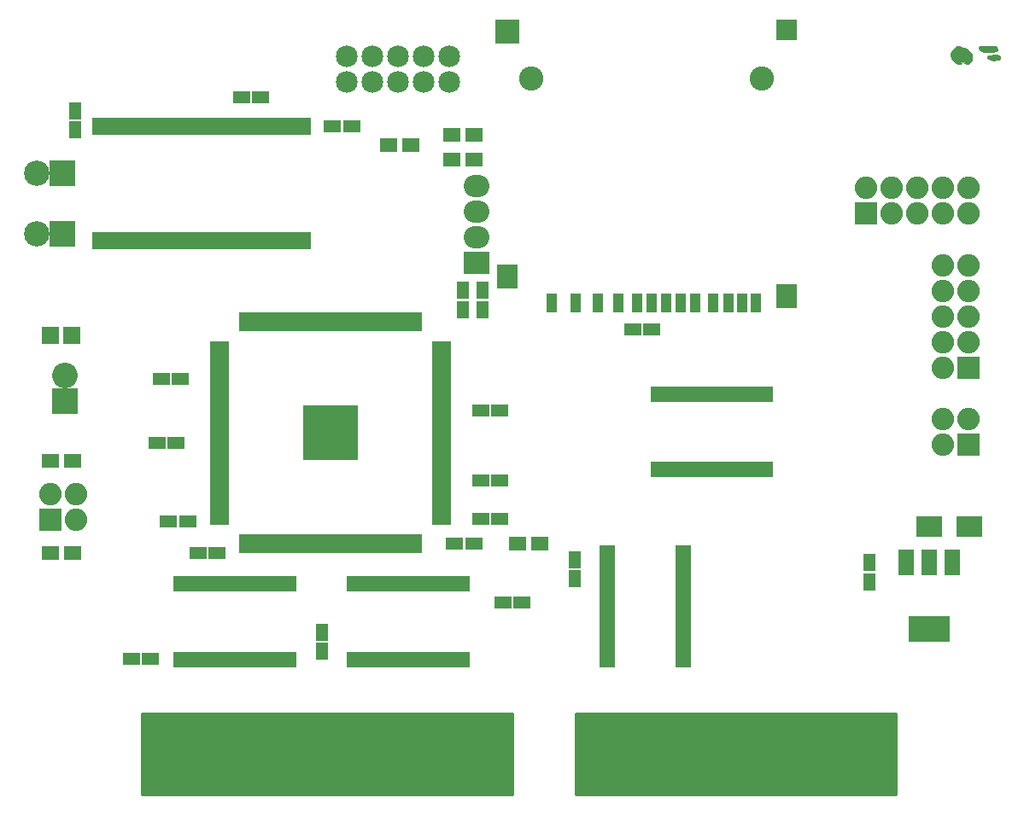
<source format=gts>
G04 #@! TF.FileFunction,Soldermask,Top*
%FSLAX46Y46*%
G04 Gerber Fmt 4.6, Leading zero omitted, Abs format (unit mm)*
G04 Created by KiCad (PCBNEW 4.0.2-stable) date 14/07/2016 12:53:21*
%MOMM*%
G01*
G04 APERTURE LIST*
%ADD10C,0.152400*%
%ADD11C,0.002540*%
%ADD12R,1.708000X1.408000*%
%ADD13R,1.708000X1.258000*%
%ADD14R,1.258000X1.708000*%
%ADD15R,0.863600X1.778000*%
%ADD16R,1.209040X7.508240*%
%ADD17R,1.209040X6.507480*%
%ADD18R,4.165600X2.540000*%
%ADD19R,1.524000X2.540000*%
%ADD20C,2.159000*%
%ADD21R,1.107440X1.907540*%
%ADD22R,2.009140X2.407920*%
%ADD23R,2.407920X2.407920*%
%ADD24R,2.108200X2.108200*%
%ADD25C,2.407920*%
%ADD26R,2.540000X2.235200*%
%ADD27O,2.540000X2.235200*%
%ADD28R,2.508000X2.508000*%
%ADD29C,2.508000*%
%ADD30R,2.235200X2.235200*%
%ADD31O,2.235200X2.235200*%
%ADD32R,2.508000X2.108000*%
%ADD33R,1.706880X1.706880*%
%ADD34R,2.540000X2.540000*%
%ADD35O,2.540000X2.540000*%
%ADD36R,0.793000X1.508000*%
%ADD37R,1.508000X0.793000*%
%ADD38R,1.981200X0.762000*%
%ADD39R,0.762000X1.981200*%
%ADD40R,5.508000X5.508000*%
%ADD41C,0.254000*%
G04 APERTURE END LIST*
D10*
D11*
G36*
X122309640Y-85048520D02*
X122286780Y-85302520D01*
X122197880Y-85467620D01*
X122063260Y-85581920D01*
X121837200Y-85719080D01*
X121687340Y-85739400D01*
X121575580Y-85635260D01*
X121542560Y-85579380D01*
X121448580Y-85401580D01*
X121260620Y-85579380D01*
X121077740Y-85714000D01*
X120910100Y-85734320D01*
X120717060Y-85630180D01*
X120511320Y-85454920D01*
X120313200Y-85249180D01*
X120219220Y-85066300D01*
X120193820Y-84832620D01*
X120193820Y-84797060D01*
X120219220Y-84530360D01*
X120320820Y-84327160D01*
X120473220Y-84164600D01*
X120752620Y-83956320D01*
X120996460Y-83900440D01*
X121192040Y-84002040D01*
X121209820Y-84022360D01*
X121382540Y-84108720D01*
X121484140Y-84098560D01*
X121636540Y-84106180D01*
X121832120Y-84233180D01*
X121979440Y-84367800D01*
X122180100Y-84586240D01*
X122279160Y-84771660D01*
X122309640Y-84992640D01*
X122309640Y-85048520D01*
X122309640Y-85048520D01*
X122309640Y-85048520D01*
G37*
X122309640Y-85048520D02*
X122286780Y-85302520D01*
X122197880Y-85467620D01*
X122063260Y-85581920D01*
X121837200Y-85719080D01*
X121687340Y-85739400D01*
X121575580Y-85635260D01*
X121542560Y-85579380D01*
X121448580Y-85401580D01*
X121260620Y-85579380D01*
X121077740Y-85714000D01*
X120910100Y-85734320D01*
X120717060Y-85630180D01*
X120511320Y-85454920D01*
X120313200Y-85249180D01*
X120219220Y-85066300D01*
X120193820Y-84832620D01*
X120193820Y-84797060D01*
X120219220Y-84530360D01*
X120320820Y-84327160D01*
X120473220Y-84164600D01*
X120752620Y-83956320D01*
X120996460Y-83900440D01*
X121192040Y-84002040D01*
X121209820Y-84022360D01*
X121382540Y-84108720D01*
X121484140Y-84098560D01*
X121636540Y-84106180D01*
X121832120Y-84233180D01*
X121979440Y-84367800D01*
X122180100Y-84586240D01*
X122279160Y-84771660D01*
X122309640Y-84992640D01*
X122309640Y-85048520D01*
X122309640Y-85048520D01*
G36*
X125090940Y-85101860D02*
X124984260Y-85233940D01*
X124735340Y-85315220D01*
X124468640Y-85333000D01*
X124128280Y-85305060D01*
X123932700Y-85218700D01*
X123912380Y-85198380D01*
X123833640Y-85023120D01*
X123912380Y-84891040D01*
X124135900Y-84809760D01*
X124468640Y-84781820D01*
X124783600Y-84797060D01*
X124969020Y-84850400D01*
X125047760Y-84924060D01*
X125090940Y-85101860D01*
X125090940Y-85101860D01*
X125090940Y-85101860D01*
G37*
X125090940Y-85101860D02*
X124984260Y-85233940D01*
X124735340Y-85315220D01*
X124468640Y-85333000D01*
X124128280Y-85305060D01*
X123932700Y-85218700D01*
X123912380Y-85198380D01*
X123833640Y-85023120D01*
X123912380Y-84891040D01*
X124135900Y-84809760D01*
X124468640Y-84781820D01*
X124783600Y-84797060D01*
X124969020Y-84850400D01*
X125047760Y-84924060D01*
X125090940Y-85101860D01*
X125090940Y-85101860D01*
G36*
X124831860Y-84238260D02*
X124801380Y-84360180D01*
X124656600Y-84436380D01*
X124377200Y-84477020D01*
X123968260Y-84487180D01*
X123541540Y-84474480D01*
X123241820Y-84441460D01*
X123091960Y-84385580D01*
X123089420Y-84385580D01*
X123008140Y-84223020D01*
X122987820Y-84088400D01*
X122995440Y-83999500D01*
X123036080Y-83943620D01*
X123145300Y-83910600D01*
X123351040Y-83897900D01*
X123683780Y-83892820D01*
X123831100Y-83892820D01*
X124222260Y-83897900D01*
X124478800Y-83910600D01*
X124633740Y-83943620D01*
X124720100Y-83996960D01*
X124763280Y-84055380D01*
X124831860Y-84238260D01*
X124831860Y-84238260D01*
X124831860Y-84238260D01*
G37*
X124831860Y-84238260D02*
X124801380Y-84360180D01*
X124656600Y-84436380D01*
X124377200Y-84477020D01*
X123968260Y-84487180D01*
X123541540Y-84474480D01*
X123241820Y-84441460D01*
X123091960Y-84385580D01*
X123089420Y-84385580D01*
X123008140Y-84223020D01*
X122987820Y-84088400D01*
X122995440Y-83999500D01*
X123036080Y-83943620D01*
X123145300Y-83910600D01*
X123351040Y-83897900D01*
X123683780Y-83892820D01*
X123831100Y-83892820D01*
X124222260Y-83897900D01*
X124478800Y-83910600D01*
X124633740Y-83943620D01*
X124720100Y-83996960D01*
X124763280Y-84055380D01*
X124831860Y-84238260D01*
X124831860Y-84238260D01*
D12*
X72950000Y-92750000D03*
X70750000Y-92750000D03*
X72950000Y-95150000D03*
X70750000Y-95150000D03*
X66650000Y-93750000D03*
X64450000Y-93750000D03*
X77250000Y-133275000D03*
X79450000Y-133275000D03*
D13*
X73600000Y-120050000D03*
X75500000Y-120050000D03*
X40850000Y-144700000D03*
X38950000Y-144700000D03*
D14*
X57825000Y-142050000D03*
X57825000Y-143950000D03*
D13*
X75800000Y-139150000D03*
X77700000Y-139150000D03*
D14*
X82900000Y-136750000D03*
X82900000Y-134850000D03*
X112150000Y-135150000D03*
X112150000Y-137050000D03*
D13*
X43400000Y-123300000D03*
X41500000Y-123300000D03*
X73600000Y-130825000D03*
X75500000Y-130825000D03*
X44550000Y-131050000D03*
X42650000Y-131050000D03*
D14*
X71850000Y-110050000D03*
X71850000Y-108150000D03*
D13*
X73600000Y-127025000D03*
X75500000Y-127025000D03*
X58900000Y-91850000D03*
X60800000Y-91850000D03*
X71000000Y-133300000D03*
X72900000Y-133300000D03*
X49900000Y-89000000D03*
X51800000Y-89000000D03*
D14*
X33425000Y-90325000D03*
X33425000Y-92225000D03*
X73800000Y-110050000D03*
X73800000Y-108150000D03*
D13*
X47450000Y-134250000D03*
X45550000Y-134250000D03*
D15*
X56301300Y-91870560D03*
X56301300Y-103229440D03*
X55501200Y-91870560D03*
X55501200Y-103229440D03*
X54701100Y-91870560D03*
X54701100Y-103229440D03*
X53901000Y-91870560D03*
X53901000Y-103229440D03*
X53100900Y-91870560D03*
X53100900Y-103229440D03*
X52300800Y-91870560D03*
X52300800Y-103229440D03*
X51500700Y-91870560D03*
X51500700Y-103229440D03*
X50700600Y-91870560D03*
X50700600Y-103229440D03*
X49900500Y-91870560D03*
X49900500Y-103229440D03*
X49100400Y-91870560D03*
X49100400Y-103229440D03*
X48300300Y-91870560D03*
X48300300Y-103229440D03*
X47500200Y-91870560D03*
X47500200Y-103229440D03*
X46700100Y-91870560D03*
X46700100Y-103229440D03*
X45900000Y-91870560D03*
X45900000Y-103229440D03*
X45099900Y-91870560D03*
X45099900Y-103229440D03*
X44299800Y-91870560D03*
X44299800Y-103229440D03*
X43499700Y-91870560D03*
X43499700Y-103229440D03*
X42699600Y-91870560D03*
X42699600Y-103229440D03*
X41899500Y-91870560D03*
X41899500Y-103229440D03*
X41099400Y-91870560D03*
X41099400Y-103229440D03*
X40299300Y-91870560D03*
X40299300Y-103229440D03*
X39499200Y-91870560D03*
X39499200Y-103229440D03*
X38699100Y-91870560D03*
X38699100Y-103229440D03*
X37899000Y-91870560D03*
X37899000Y-103229440D03*
X37098900Y-91870560D03*
X37098900Y-103229440D03*
X36298800Y-91870560D03*
X36298800Y-103229440D03*
X35498700Y-91870560D03*
X35498700Y-103229440D03*
D16*
X40855900Y-153779220D03*
X41854120Y-153779220D03*
D17*
X42855140Y-153280100D03*
X43855640Y-153279220D03*
X44856400Y-153279220D03*
X45854620Y-153279220D03*
D16*
X46855140Y-153780100D03*
X47856140Y-153779220D03*
D17*
X48854360Y-153279220D03*
X49855120Y-153279220D03*
X50855880Y-153279220D03*
X51854100Y-153279220D03*
D16*
X52854860Y-153779220D03*
D17*
X53855620Y-153279220D03*
X54856380Y-153279220D03*
X55854600Y-153279220D03*
X56855360Y-153279220D03*
D16*
X57856120Y-153779220D03*
D17*
X58854340Y-153279220D03*
X59855100Y-153279220D03*
X60855860Y-153279220D03*
X61854080Y-153279220D03*
D16*
X62854840Y-153779220D03*
D17*
X63855600Y-153279220D03*
X64856360Y-153279220D03*
X65854580Y-153279220D03*
D16*
X66855340Y-153779220D03*
D17*
X67856100Y-153279220D03*
D16*
X68854320Y-153779220D03*
D17*
X69855080Y-153279220D03*
X70855840Y-153279220D03*
X71854060Y-153279220D03*
X72854820Y-153279220D03*
X73855580Y-153279220D03*
X74856340Y-153279220D03*
D16*
X75854560Y-153779220D03*
X40855900Y-153779220D03*
X41854120Y-153779220D03*
D17*
X42855140Y-153280100D03*
X43855140Y-153280100D03*
X44856400Y-153279220D03*
X45854620Y-153279220D03*
X46855380Y-153279220D03*
D16*
X47856140Y-153779220D03*
D17*
X48854360Y-153279220D03*
X49855120Y-153279220D03*
X50855880Y-153279220D03*
X51854100Y-153279220D03*
D16*
X52854860Y-153779220D03*
D17*
X53855620Y-153279220D03*
X54856380Y-153279220D03*
X55854600Y-153279220D03*
X56855360Y-153279220D03*
D16*
X57856120Y-153779220D03*
D17*
X58854340Y-153279220D03*
X59855100Y-153279220D03*
X60855860Y-153279220D03*
X61854080Y-153279220D03*
D16*
X62854840Y-153779220D03*
D17*
X63855600Y-153279220D03*
X64856360Y-153279220D03*
X65854580Y-153279220D03*
D16*
X66855340Y-153779220D03*
D17*
X67856100Y-153279220D03*
D16*
X68854320Y-153779220D03*
D17*
X69855080Y-153279220D03*
X70855840Y-153279220D03*
X71854060Y-153279220D03*
X72854820Y-153279220D03*
X73855580Y-153279220D03*
X74856340Y-153279220D03*
D16*
X75854560Y-153779220D03*
D17*
X83855560Y-153279220D03*
X84856320Y-153279220D03*
X85854540Y-153279220D03*
X86855300Y-153279220D03*
D16*
X87856060Y-153779220D03*
D17*
X88854280Y-153279220D03*
X89855040Y-153279220D03*
X90855800Y-153279220D03*
X91854020Y-153279220D03*
D16*
X92854780Y-153779220D03*
D17*
X93855540Y-153279220D03*
X94856300Y-153279220D03*
X95854520Y-153279220D03*
X96855280Y-153279220D03*
X97856040Y-153279220D03*
X98854260Y-153279220D03*
X99855020Y-153279220D03*
D16*
X100855780Y-153779220D03*
D17*
X101854000Y-153279220D03*
X102854760Y-153279220D03*
X103855520Y-153279220D03*
X104856280Y-153279220D03*
D16*
X105854500Y-153779220D03*
D17*
X106855260Y-153279220D03*
X107856020Y-153279220D03*
X108854240Y-153279220D03*
X109855000Y-153279220D03*
D16*
X110855760Y-153779220D03*
X111853980Y-153779220D03*
D17*
X112854740Y-153279220D03*
D16*
X113855500Y-153779220D03*
D17*
X83855560Y-153279220D03*
X84856320Y-153279220D03*
X85854540Y-153279220D03*
X86855300Y-153279220D03*
D16*
X87856060Y-153779220D03*
D17*
X88854280Y-153279220D03*
X89855040Y-153279220D03*
X90855800Y-153279220D03*
X91854020Y-153279220D03*
D16*
X92854780Y-153779220D03*
D17*
X93855540Y-153279220D03*
X94856300Y-153279220D03*
X95854520Y-153279220D03*
X96855280Y-153279220D03*
X97856040Y-153279220D03*
X98854260Y-153279220D03*
X99855020Y-153279220D03*
D16*
X100855780Y-153779220D03*
D17*
X101854000Y-153279220D03*
X102854760Y-153279220D03*
X103855520Y-153279220D03*
X104856280Y-153279220D03*
D16*
X105854500Y-153779220D03*
D17*
X106855260Y-153279220D03*
X107856020Y-153279220D03*
X108854240Y-153279220D03*
X109855000Y-153279220D03*
D16*
X110855760Y-153779220D03*
X111853980Y-153779220D03*
D17*
X112854740Y-153279220D03*
D16*
X113855500Y-153779220D03*
D13*
X43800000Y-116950000D03*
X41900000Y-116950000D03*
D18*
X118050000Y-141752000D03*
D19*
X118050000Y-135148000D03*
X115764000Y-135148000D03*
X120336000Y-135148000D03*
D20*
X60270000Y-87470000D03*
X60270000Y-84930000D03*
X62810000Y-87470000D03*
X62810000Y-84930000D03*
X65350000Y-87470000D03*
X65350000Y-84930000D03*
X67890000Y-87470000D03*
X67890000Y-84930000D03*
X70430000Y-87470000D03*
X70430000Y-84930000D03*
D21*
X99548800Y-109399640D03*
X94849800Y-109399640D03*
X100900080Y-109399640D03*
X80597860Y-109399640D03*
X83000700Y-109399640D03*
X85200340Y-109399640D03*
X87199320Y-109399640D03*
X90549580Y-109399640D03*
X91949120Y-109399640D03*
X89099240Y-109399640D03*
X96650660Y-109399640D03*
X98149260Y-109399640D03*
X93450260Y-109399640D03*
D22*
X76249380Y-106801220D03*
D23*
X76249380Y-82501040D03*
D22*
X103950620Y-108701140D03*
D24*
X103899820Y-82351180D03*
D25*
X78598880Y-87100980D03*
X101499520Y-87100980D03*
D26*
X73200000Y-105400000D03*
D27*
X73200000Y-102860000D03*
X73200000Y-100320000D03*
X73200000Y-97780000D03*
D28*
X32150000Y-96500000D03*
D29*
X29610000Y-96500000D03*
D28*
X32150000Y-102550000D03*
D29*
X29610000Y-102550000D03*
D13*
X90550000Y-112025000D03*
X88650000Y-112025000D03*
D30*
X121975000Y-123425000D03*
D31*
X119435000Y-123425000D03*
X121975000Y-120885000D03*
X119435000Y-120885000D03*
D32*
X118050000Y-131550000D03*
X122050000Y-131550000D03*
D30*
X121975000Y-115800000D03*
D31*
X119435000Y-115800000D03*
X121975000Y-113260000D03*
X119435000Y-113260000D03*
X121975000Y-110720000D03*
X119435000Y-110720000D03*
X121975000Y-108180000D03*
X119435000Y-108180000D03*
X121975000Y-105640000D03*
X119435000Y-105640000D03*
D30*
X111825000Y-100550000D03*
D31*
X111825000Y-98010000D03*
X114365000Y-100550000D03*
X114365000Y-98010000D03*
X116905000Y-100550000D03*
X116905000Y-98010000D03*
X119445000Y-100550000D03*
X119445000Y-98010000D03*
X121985000Y-100550000D03*
X121985000Y-98010000D03*
D33*
X33024020Y-112650000D03*
X30925980Y-112650000D03*
D34*
X32375000Y-119175000D03*
D35*
X32375000Y-116635000D03*
D12*
X30925000Y-134200000D03*
X33125000Y-134200000D03*
X30925000Y-125100000D03*
X33125000Y-125100000D03*
D30*
X30925000Y-130900000D03*
D31*
X30925000Y-128360000D03*
X33465000Y-130900000D03*
X33465000Y-128360000D03*
D36*
X43450000Y-144800000D03*
X43950000Y-144800000D03*
X44450000Y-144800000D03*
X44950000Y-144800000D03*
X45450000Y-144800000D03*
X45950000Y-144800000D03*
X46450000Y-144800000D03*
X46950000Y-144800000D03*
X47450000Y-144800000D03*
X47950000Y-144800000D03*
X48450000Y-144800000D03*
X48950000Y-144800000D03*
X49450000Y-144800000D03*
X49950000Y-144800000D03*
X50450000Y-144800000D03*
X50950000Y-144800000D03*
X51450000Y-144800000D03*
X51950000Y-144800000D03*
X52450000Y-144800000D03*
X52950000Y-144800000D03*
X53450000Y-144800000D03*
X53950000Y-144800000D03*
X54450000Y-144800000D03*
X54950000Y-144800000D03*
X54950000Y-137300000D03*
X54450000Y-137300000D03*
X53950000Y-137300000D03*
X53450000Y-137300000D03*
X52950000Y-137300000D03*
X52450000Y-137300000D03*
X51950000Y-137300000D03*
X51450000Y-137300000D03*
X50950000Y-137300000D03*
X50450000Y-137300000D03*
X49950000Y-137300000D03*
X49450000Y-137300000D03*
X48950000Y-137300000D03*
X48450000Y-137300000D03*
X47950000Y-137300000D03*
X47450000Y-137300000D03*
X46950000Y-137300000D03*
X46450000Y-137300000D03*
X45950000Y-137300000D03*
X45450000Y-137300000D03*
X44950000Y-137300000D03*
X44450000Y-137300000D03*
X43950000Y-137300000D03*
X43450000Y-137300000D03*
X60650000Y-144800000D03*
X61150000Y-144800000D03*
X61650000Y-144800000D03*
X62150000Y-144800000D03*
X62650000Y-144800000D03*
X63150000Y-144800000D03*
X63650000Y-144800000D03*
X64150000Y-144800000D03*
X64650000Y-144800000D03*
X65150000Y-144800000D03*
X65650000Y-144800000D03*
X66150000Y-144800000D03*
X66650000Y-144800000D03*
X67150000Y-144800000D03*
X67650000Y-144800000D03*
X68150000Y-144800000D03*
X68650000Y-144800000D03*
X69150000Y-144800000D03*
X69650000Y-144800000D03*
X70150000Y-144800000D03*
X70650000Y-144800000D03*
X71150000Y-144800000D03*
X71650000Y-144800000D03*
X72150000Y-144800000D03*
X72150000Y-137300000D03*
X71650000Y-137300000D03*
X71150000Y-137300000D03*
X70650000Y-137300000D03*
X70150000Y-137300000D03*
X69650000Y-137300000D03*
X69150000Y-137300000D03*
X68650000Y-137300000D03*
X68150000Y-137300000D03*
X67650000Y-137300000D03*
X67150000Y-137300000D03*
X66650000Y-137300000D03*
X66150000Y-137300000D03*
X65650000Y-137300000D03*
X65150000Y-137300000D03*
X64650000Y-137300000D03*
X64150000Y-137300000D03*
X63650000Y-137300000D03*
X63150000Y-137300000D03*
X62650000Y-137300000D03*
X62150000Y-137300000D03*
X61650000Y-137300000D03*
X61150000Y-137300000D03*
X60650000Y-137300000D03*
D37*
X93650000Y-145250000D03*
X93650000Y-144750000D03*
X93650000Y-144250000D03*
X93650000Y-143750000D03*
X93650000Y-143250000D03*
X93650000Y-142750000D03*
X93650000Y-142250000D03*
X93650000Y-141750000D03*
X93650000Y-141250000D03*
X93650000Y-140750000D03*
X93650000Y-140250000D03*
X93650000Y-139750000D03*
X93650000Y-139250000D03*
X93650000Y-138750000D03*
X93650000Y-138250000D03*
X93650000Y-137750000D03*
X93650000Y-137250000D03*
X93650000Y-136750000D03*
X93650000Y-136250000D03*
X93650000Y-135750000D03*
X93650000Y-135250000D03*
X93650000Y-134750000D03*
X93650000Y-134250000D03*
X93650000Y-133750000D03*
X86150000Y-133750000D03*
X86150000Y-134250000D03*
X86150000Y-134750000D03*
X86150000Y-135250000D03*
X86150000Y-135750000D03*
X86150000Y-136250000D03*
X86150000Y-136750000D03*
X86150000Y-137250000D03*
X86150000Y-137750000D03*
X86150000Y-138250000D03*
X86150000Y-138750000D03*
X86150000Y-139250000D03*
X86150000Y-139750000D03*
X86150000Y-140250000D03*
X86150000Y-140750000D03*
X86150000Y-141250000D03*
X86150000Y-141750000D03*
X86150000Y-142250000D03*
X86150000Y-142750000D03*
X86150000Y-143250000D03*
X86150000Y-143750000D03*
X86150000Y-144250000D03*
X86150000Y-144750000D03*
X86150000Y-145250000D03*
D36*
X90750000Y-125950000D03*
X91250000Y-125950000D03*
X91750000Y-125950000D03*
X92250000Y-125950000D03*
X92750000Y-125950000D03*
X93250000Y-125950000D03*
X93750000Y-125950000D03*
X94250000Y-125950000D03*
X94750000Y-125950000D03*
X95250000Y-125950000D03*
X95750000Y-125950000D03*
X96250000Y-125950000D03*
X96750000Y-125950000D03*
X97250000Y-125950000D03*
X97750000Y-125950000D03*
X98250000Y-125950000D03*
X98750000Y-125950000D03*
X99250000Y-125950000D03*
X99750000Y-125950000D03*
X100250000Y-125950000D03*
X100750000Y-125950000D03*
X101250000Y-125950000D03*
X101750000Y-125950000D03*
X102250000Y-125950000D03*
X102250000Y-118450000D03*
X101750000Y-118450000D03*
X101250000Y-118450000D03*
X100750000Y-118450000D03*
X100250000Y-118450000D03*
X99750000Y-118450000D03*
X99250000Y-118450000D03*
X98750000Y-118450000D03*
X98250000Y-118450000D03*
X97750000Y-118450000D03*
X97250000Y-118450000D03*
X96750000Y-118450000D03*
X96250000Y-118450000D03*
X95750000Y-118450000D03*
X95250000Y-118450000D03*
X94750000Y-118450000D03*
X94250000Y-118450000D03*
X93750000Y-118450000D03*
X93250000Y-118450000D03*
X92750000Y-118450000D03*
X92250000Y-118450000D03*
X91750000Y-118450000D03*
X91250000Y-118450000D03*
X90750000Y-118450000D03*
D38*
X69718520Y-131057920D03*
D39*
X67457920Y-111281480D03*
D38*
X47684020Y-113542080D03*
D39*
X49942080Y-133318520D03*
D38*
X69718520Y-130557540D03*
D39*
X66957540Y-111281480D03*
D38*
X47684020Y-114042460D03*
D39*
X50442460Y-133318520D03*
D38*
X69718520Y-130057160D03*
D39*
X66457160Y-111281480D03*
D38*
X47684020Y-114542840D03*
D39*
X50942840Y-133318520D03*
D38*
X69718520Y-129556780D03*
D39*
X65956780Y-111281480D03*
D38*
X47684020Y-115043220D03*
D39*
X51443220Y-133318520D03*
D38*
X69718520Y-129056400D03*
D39*
X65456400Y-111281480D03*
D38*
X47684020Y-115543600D03*
D39*
X51943600Y-133318520D03*
D38*
X69718520Y-128556020D03*
D39*
X64956020Y-111281480D03*
D38*
X47684020Y-116043980D03*
D39*
X52443980Y-133318520D03*
D38*
X69718520Y-128055640D03*
D39*
X64455640Y-111281480D03*
D38*
X47684020Y-116544360D03*
D39*
X52944360Y-133318520D03*
D38*
X69718520Y-127555260D03*
D39*
X63955260Y-111281480D03*
D38*
X47684020Y-117044740D03*
D39*
X53444740Y-133318520D03*
D38*
X69718520Y-127054880D03*
D39*
X63454880Y-111281480D03*
D38*
X47684020Y-117545120D03*
D39*
X53945120Y-133318520D03*
D38*
X69718520Y-126554500D03*
D39*
X62954500Y-111281480D03*
D38*
X47684020Y-118045500D03*
D39*
X54445500Y-133318520D03*
D38*
X69718520Y-126054120D03*
D39*
X62454120Y-111281480D03*
D38*
X47684020Y-118545880D03*
D39*
X54945880Y-133318520D03*
D38*
X69718520Y-125553740D03*
D39*
X61953740Y-111281480D03*
D38*
X47684020Y-119046260D03*
D39*
X55446260Y-133318520D03*
D38*
X69718520Y-125053360D03*
D39*
X61453360Y-111281480D03*
D38*
X47684020Y-119546640D03*
D39*
X55946640Y-133318520D03*
D38*
X69718520Y-124552980D03*
D39*
X60952980Y-111281480D03*
D38*
X47684020Y-120047020D03*
D39*
X56447020Y-133318520D03*
D38*
X69718520Y-124052600D03*
D39*
X60452600Y-111281480D03*
D38*
X47684020Y-120547400D03*
D39*
X56947400Y-133318520D03*
D38*
X69718520Y-123552220D03*
D39*
X59952220Y-111281480D03*
D38*
X47684020Y-121047780D03*
D39*
X57447780Y-133318520D03*
D38*
X69718520Y-123051840D03*
D39*
X59451840Y-111281480D03*
D38*
X47684020Y-121548160D03*
D39*
X57948160Y-133318520D03*
D38*
X69718520Y-122551460D03*
D39*
X58951460Y-111281480D03*
D38*
X47684020Y-122048540D03*
D39*
X58448540Y-133318520D03*
D38*
X69718520Y-122051080D03*
D39*
X58451080Y-111281480D03*
D38*
X47684020Y-122548920D03*
D39*
X58948920Y-133318520D03*
D38*
X69718520Y-121550700D03*
D39*
X57950700Y-111281480D03*
D38*
X47684020Y-123049300D03*
D39*
X59449300Y-133318520D03*
D38*
X69718520Y-121050320D03*
D39*
X57450320Y-111281480D03*
D38*
X47684020Y-123549680D03*
D39*
X59949680Y-133318520D03*
D38*
X69718520Y-120549940D03*
D39*
X56949940Y-111281480D03*
D38*
X47684020Y-124050060D03*
D39*
X60450060Y-133318520D03*
D38*
X69718520Y-120049560D03*
D39*
X56449560Y-111281480D03*
D38*
X47684020Y-124550440D03*
D39*
X60950440Y-133318520D03*
D38*
X69718520Y-119549180D03*
D39*
X55949180Y-111281480D03*
D38*
X47684020Y-125050820D03*
D39*
X61450820Y-133318520D03*
D38*
X69718520Y-119048800D03*
D39*
X55448800Y-111281480D03*
D38*
X47684020Y-125551200D03*
D39*
X61951200Y-133318520D03*
D38*
X69718520Y-118548420D03*
D39*
X54948420Y-111281480D03*
D38*
X47684020Y-126051580D03*
D39*
X62451580Y-133318520D03*
D38*
X69718520Y-118048040D03*
D39*
X54448040Y-111281480D03*
D38*
X47684020Y-126551960D03*
D39*
X62951960Y-133318520D03*
D38*
X69718520Y-117547660D03*
D39*
X53947660Y-111281480D03*
D38*
X47684020Y-127052340D03*
D39*
X63452340Y-133318520D03*
D38*
X69718520Y-117047280D03*
D39*
X53447280Y-111281480D03*
D38*
X47684020Y-127552720D03*
D39*
X63952720Y-133318520D03*
D38*
X69718520Y-116546900D03*
D39*
X52946900Y-111281480D03*
D38*
X47684020Y-128053100D03*
D39*
X64453100Y-133318520D03*
D38*
X69718520Y-116046520D03*
D39*
X52446520Y-111281480D03*
D38*
X47684020Y-128553480D03*
D39*
X64953480Y-133318520D03*
D38*
X69718520Y-115546140D03*
D39*
X51946140Y-111281480D03*
D38*
X47684020Y-129053860D03*
D39*
X65453860Y-133318520D03*
D38*
X69718520Y-115045760D03*
D39*
X51445760Y-111281480D03*
D38*
X47684020Y-129554240D03*
D39*
X65954240Y-133318520D03*
D38*
X69718520Y-114545380D03*
D39*
X50945380Y-111281480D03*
D38*
X47684020Y-130054620D03*
D39*
X66454620Y-133318520D03*
D38*
X69718520Y-114045000D03*
D39*
X50445000Y-111281480D03*
D38*
X47684020Y-130555000D03*
D39*
X66955000Y-133318520D03*
D38*
X69718520Y-113544620D03*
D39*
X49944620Y-111281480D03*
D38*
X47684020Y-131055380D03*
D39*
X67455380Y-133318520D03*
D40*
X58700000Y-122300000D03*
D41*
G36*
X76730860Y-158153100D02*
X39984680Y-158153100D01*
X39984680Y-150157180D01*
X76730860Y-150157180D01*
X76730860Y-158153100D01*
X76730860Y-158153100D01*
G37*
X76730860Y-158153100D02*
X39984680Y-158153100D01*
X39984680Y-150157180D01*
X76730860Y-150157180D01*
X76730860Y-158153100D01*
G36*
X114731800Y-158153100D02*
X82984340Y-158153100D01*
X82984340Y-150157180D01*
X114731800Y-150157180D01*
X114731800Y-158153100D01*
X114731800Y-158153100D01*
G37*
X114731800Y-158153100D02*
X82984340Y-158153100D01*
X82984340Y-150157180D01*
X114731800Y-150157180D01*
X114731800Y-158153100D01*
M02*

</source>
